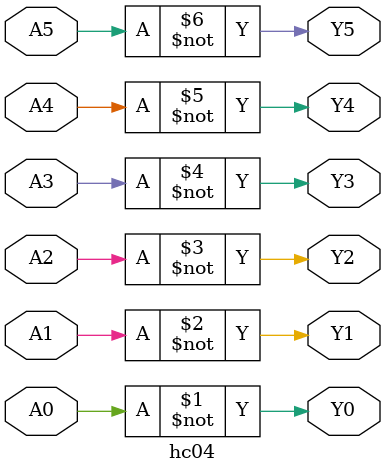
<source format=v>
module hc04 (
	input A0,
	output Y0,
	input A1,
	output Y1,
	input A2,
	output Y2,
	input A3,
	output Y3,
	input A4,
	output Y4,
	input A5,
	output Y5
);

assign Y0 = ~A0;
assign Y1 = ~A1;
assign Y2 = ~A2;
assign Y3 = ~A3;
assign Y4 = ~A4;
assign Y5 = ~A5;

endmodule

</source>
